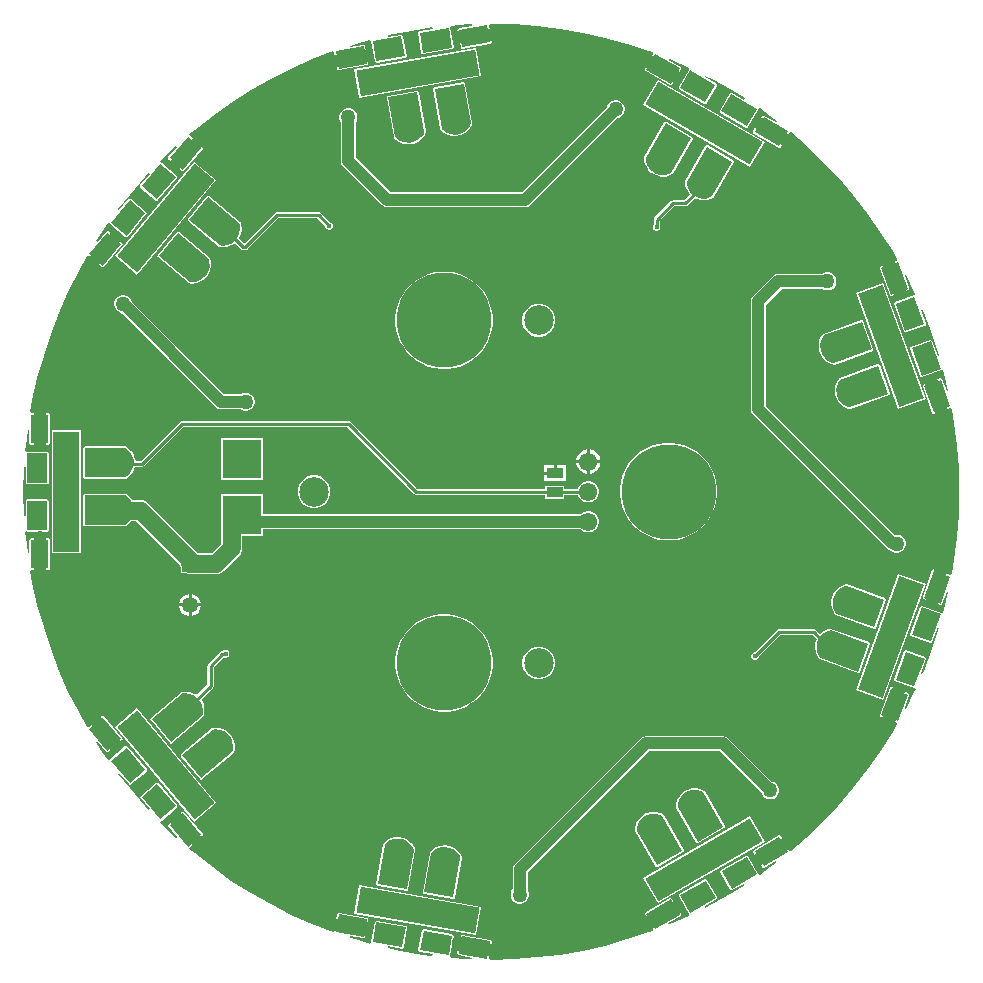
<source format=gbl>
G04*
G04 #@! TF.GenerationSoftware,Altium Limited,Altium Designer,21.7.2 (23)*
G04*
G04 Layer_Physical_Order=2*
G04 Layer_Color=16711680*
%FSLAX25Y25*%
%MOIN*%
G70*
G04*
G04 #@! TF.SameCoordinates,D2632727-04CE-4768-A3A0-452A1BE06696*
G04*
G04*
G04 #@! TF.FilePolarity,Positive*
G04*
G01*
G75*
%ADD28C,0.03937*%
%ADD29C,0.03937*%
%ADD30R,0.08661X0.40158*%
G04:AMPARAMS|DCode=31|XSize=86.61mil|YSize=401.58mil|CornerRadius=0mil|HoleSize=0mil|Usage=FLASHONLY|Rotation=320.000|XOffset=0mil|YOffset=0mil|HoleType=Round|Shape=Rectangle|*
%AMROTATEDRECTD31*
4,1,4,-0.16224,-0.12598,0.09589,0.18165,0.16224,0.12598,-0.09589,-0.18165,-0.16224,-0.12598,0.0*
%
%ADD31ROTATEDRECTD31*%

G04:AMPARAMS|DCode=32|XSize=86.61mil|YSize=401.58mil|CornerRadius=0mil|HoleSize=0mil|Usage=FLASHONLY|Rotation=280.000|XOffset=0mil|YOffset=0mil|HoleType=Round|Shape=Rectangle|*
%AMROTATEDRECTD32*
4,1,4,-0.20526,0.00778,0.19022,0.07752,0.20526,-0.00778,-0.19022,-0.07752,-0.20526,0.00778,0.0*
%
%ADD32ROTATEDRECTD32*%

G04:AMPARAMS|DCode=33|XSize=86.61mil|YSize=401.58mil|CornerRadius=0mil|HoleSize=0mil|Usage=FLASHONLY|Rotation=240.000|XOffset=0mil|YOffset=0mil|HoleType=Round|Shape=Rectangle|*
%AMROTATEDRECTD33*
4,1,4,-0.15223,0.13790,0.19554,-0.06289,0.15223,-0.13790,-0.19554,0.06289,-0.15223,0.13790,0.0*
%
%ADD33ROTATEDRECTD33*%

G04:AMPARAMS|DCode=34|XSize=86.61mil|YSize=401.58mil|CornerRadius=0mil|HoleSize=0mil|Usage=FLASHONLY|Rotation=200.000|XOffset=0mil|YOffset=0mil|HoleType=Round|Shape=Rectangle|*
%AMROTATEDRECTD34*
4,1,4,-0.02798,0.20349,0.10937,-0.17387,0.02798,-0.20349,-0.10937,0.17387,-0.02798,0.20349,0.0*
%
%ADD34ROTATEDRECTD34*%

G04:AMPARAMS|DCode=35|XSize=86.61mil|YSize=401.58mil|CornerRadius=0mil|HoleSize=0mil|Usage=FLASHONLY|Rotation=160.000|XOffset=0mil|YOffset=0mil|HoleType=Round|Shape=Rectangle|*
%AMROTATEDRECTD35*
4,1,4,0.10937,0.17387,-0.02798,-0.20349,-0.10937,-0.17387,0.02798,0.20349,0.10937,0.17387,0.0*
%
%ADD35ROTATEDRECTD35*%

G04:AMPARAMS|DCode=36|XSize=86.61mil|YSize=401.58mil|CornerRadius=0mil|HoleSize=0mil|Usage=FLASHONLY|Rotation=120.000|XOffset=0mil|YOffset=0mil|HoleType=Round|Shape=Rectangle|*
%AMROTATEDRECTD36*
4,1,4,0.19554,0.06289,-0.15223,-0.13790,-0.19554,-0.06289,0.15223,0.13790,0.19554,0.06289,0.0*
%
%ADD36ROTATEDRECTD36*%

G04:AMPARAMS|DCode=37|XSize=86.61mil|YSize=401.58mil|CornerRadius=0mil|HoleSize=0mil|Usage=FLASHONLY|Rotation=80.000|XOffset=0mil|YOffset=0mil|HoleType=Round|Shape=Rectangle|*
%AMROTATEDRECTD37*
4,1,4,0.19022,-0.07752,-0.20526,-0.00778,-0.19022,0.07752,0.20526,0.00778,0.19022,-0.07752,0.0*
%
%ADD37ROTATEDRECTD37*%

G04:AMPARAMS|DCode=38|XSize=86.61mil|YSize=401.58mil|CornerRadius=0mil|HoleSize=0mil|Usage=FLASHONLY|Rotation=40.000|XOffset=0mil|YOffset=0mil|HoleType=Round|Shape=Rectangle|*
%AMROTATEDRECTD38*
4,1,4,0.09589,-0.18165,-0.16224,0.12598,-0.09589,0.18165,0.16224,-0.12598,0.09589,-0.18165,0.0*
%
%ADD38ROTATEDRECTD38*%

%ADD39C,0.09843*%
%ADD40R,0.05315X0.05315*%
%ADD41C,0.05315*%
%ADD42C,0.31496*%
%ADD43C,0.06102*%
%ADD44C,0.02756*%
%ADD45C,0.05000*%
%ADD46C,0.01575*%
%ADD47R,0.05315X0.03347*%
%ADD48R,0.12992X0.12992*%
%ADD49C,0.01000*%
%ADD50C,0.05906*%
%ADD51C,0.00787*%
G36*
X-435Y149839D02*
X-9741Y148198D01*
X-10766Y154014D01*
X-1461Y155654D01*
X-435Y149839D01*
D02*
G37*
G36*
X7654Y155805D02*
X15290Y155242D01*
X22889Y154305D01*
X30433Y152996D01*
X37903Y151318D01*
X45282Y149276D01*
X52552Y146874D01*
X53830Y146382D01*
X53993Y145783D01*
X51188Y140924D01*
X51134Y140513D01*
X51386Y140185D01*
X59569Y135460D01*
X59980Y135406D01*
X60308Y135658D01*
X63261Y140773D01*
X63315Y141183D01*
X63063Y141512D01*
X59025Y143843D01*
X59241Y144294D01*
X59696Y144119D01*
X65955Y141344D01*
X65975Y140788D01*
X65812Y140664D01*
X62466Y134867D01*
X62412Y134457D01*
X62664Y134128D01*
X71017Y129305D01*
X71428Y129251D01*
X71757Y129503D01*
X75103Y135300D01*
X75157Y135710D01*
X74905Y136039D01*
X71051Y138264D01*
X71289Y138704D01*
X73535Y137574D01*
X80196Y133800D01*
X84464Y131098D01*
X84205Y130670D01*
X80190Y132988D01*
X79779Y133042D01*
X79451Y132790D01*
X76104Y126993D01*
X76050Y126583D01*
X76302Y126254D01*
X84826Y121333D01*
X85237Y121279D01*
X85566Y121531D01*
X88912Y127327D01*
X88934Y127494D01*
X89441Y127748D01*
X89441D01*
X92925Y125295D01*
X95129Y123574D01*
X94850Y123160D01*
X91021Y125370D01*
X90611Y125424D01*
X90282Y125172D01*
X87329Y120058D01*
X87275Y119647D01*
X87528Y119318D01*
X95710Y114594D01*
X96121Y114540D01*
X96450Y114792D01*
X99262Y119664D01*
X99856Y119812D01*
X104759Y115583D01*
X110304Y110304D01*
X115583Y104759D01*
X120584Y98961D01*
X125295Y92925D01*
X129703Y86665D01*
X133800Y80196D01*
X135308Y77535D01*
X135056Y76965D01*
X129797Y75051D01*
X129550Y74825D01*
X129491Y74771D01*
X129473Y74357D01*
X129473Y74357D01*
X132705Y65478D01*
X132705Y65478D01*
X132985Y65173D01*
X133052Y65170D01*
X133398Y65155D01*
X138948Y67175D01*
X139253Y67454D01*
X139271Y67868D01*
X137718Y72135D01*
X138178Y72334D01*
X141016Y66696D01*
X141377Y65882D01*
X141024Y65443D01*
X140832Y65451D01*
X134543Y63162D01*
X134297Y62936D01*
X134237Y62882D01*
X134219Y62468D01*
X134219Y62468D01*
X137518Y53404D01*
X137798Y53099D01*
X138212Y53081D01*
X144501Y55370D01*
X144807Y55650D01*
X144825Y56064D01*
X143185Y60569D01*
X143649Y60756D01*
X144119Y59696D01*
X146874Y52552D01*
X149229Y45426D01*
X148756Y45262D01*
X146912Y50329D01*
X146632Y50635D01*
X146218Y50653D01*
X139929Y48364D01*
X139929Y48364D01*
X139623Y48084D01*
X139621Y48017D01*
X139605Y47670D01*
X142972Y38421D01*
X143197Y38175D01*
X143252Y38116D01*
X143666Y38098D01*
X143666Y38098D01*
X149955Y40387D01*
X150080Y40502D01*
X150634Y40375D01*
X150634Y40375D01*
X151318Y37903D01*
X152298Y33539D01*
X151817Y33399D01*
X150313Y37532D01*
X150313Y37532D01*
X150033Y37837D01*
X149966Y37840D01*
X149619Y37855D01*
X144070Y35835D01*
X143764Y35555D01*
X143746Y35142D01*
X146978Y26263D01*
X147258Y25957D01*
X147672Y25939D01*
X152936Y27855D01*
X153491Y27580D01*
X154305Y22889D01*
X155242Y15290D01*
X155805Y7654D01*
X155993Y0D01*
X155805Y-7654D01*
X155242Y-15290D01*
X154305Y-22889D01*
X153491Y-27580D01*
X152936Y-27855D01*
X147672Y-25939D01*
X147672Y-25939D01*
X147258Y-25957D01*
X146978Y-26263D01*
X143746Y-35142D01*
X143746Y-35142D01*
X143764Y-35555D01*
X144070Y-35835D01*
X149619Y-37855D01*
X150033Y-37837D01*
X150313Y-37532D01*
X151817Y-33398D01*
X152298Y-33539D01*
X151318Y-37903D01*
X150634Y-40375D01*
X150080Y-40502D01*
X149955Y-40387D01*
X143666Y-38098D01*
X143252Y-38116D01*
X142972Y-38421D01*
X139673Y-47485D01*
X139691Y-47899D01*
X139996Y-48179D01*
X146285Y-50468D01*
X146699Y-50450D01*
X146979Y-50144D01*
X148756Y-45262D01*
X149229Y-45426D01*
X146874Y-52552D01*
X144119Y-59696D01*
X143649Y-60756D01*
X143185Y-60569D01*
X144892Y-55879D01*
X144874Y-55465D01*
X144569Y-55185D01*
X138279Y-52896D01*
X137865Y-52914D01*
X137586Y-53219D01*
X134219Y-62468D01*
X134237Y-62882D01*
X134543Y-63162D01*
X140832Y-65451D01*
X140832Y-65451D01*
X141024Y-65443D01*
X141377Y-65882D01*
X141016Y-66696D01*
X138178Y-72334D01*
X137718Y-72135D01*
X139271Y-67868D01*
X139253Y-67454D01*
X138948Y-67175D01*
X133398Y-65155D01*
X132985Y-65173D01*
X132705Y-65478D01*
X129473Y-74357D01*
X129491Y-74771D01*
X129797Y-75051D01*
X135056Y-76965D01*
X135308Y-77535D01*
X133800Y-80196D01*
X129703Y-86665D01*
X125295Y-92925D01*
X120584Y-98961D01*
X115583Y-104759D01*
X110304Y-110304D01*
X104759Y-115583D01*
X99856Y-119812D01*
X99262Y-119664D01*
X96450Y-114792D01*
X96121Y-114540D01*
X95710Y-114594D01*
X87527Y-119318D01*
X87275Y-119647D01*
X87329Y-120058D01*
X90282Y-125172D01*
X90611Y-125424D01*
X91021Y-125370D01*
X94850Y-123160D01*
X95129Y-123574D01*
X92925Y-125295D01*
X89441Y-127748D01*
X88934Y-127494D01*
X88912Y-127327D01*
X85566Y-121531D01*
X85237Y-121279D01*
X84826Y-121333D01*
X76473Y-126155D01*
X76221Y-126484D01*
X76275Y-126895D01*
X79621Y-132691D01*
X79950Y-132943D01*
X80361Y-132889D01*
X84205Y-130670D01*
X84464Y-131098D01*
X80196Y-133800D01*
X73535Y-137574D01*
X71289Y-138704D01*
X71051Y-138264D01*
X75076Y-135940D01*
X75328Y-135612D01*
X75274Y-135201D01*
X71927Y-129405D01*
X71599Y-129153D01*
X71188Y-129207D01*
X62664Y-134128D01*
X62412Y-134457D01*
X62466Y-134867D01*
X65812Y-140664D01*
X65975Y-140788D01*
X65955Y-141344D01*
X65955Y-141344D01*
X59696Y-144119D01*
X59241Y-144294D01*
X59025Y-143843D01*
X63063Y-141512D01*
X63315Y-141183D01*
X63261Y-140773D01*
X60308Y-135658D01*
X59980Y-135406D01*
X59569Y-135460D01*
X51386Y-140185D01*
X51386D01*
X51134Y-140513D01*
X51188Y-140924D01*
X53993Y-145783D01*
X53830Y-146382D01*
X52552Y-146874D01*
X45282Y-149276D01*
X37903Y-151318D01*
X30433Y-152996D01*
X22889Y-154305D01*
X15290Y-155242D01*
X7654Y-155805D01*
X0Y-155993D01*
X-528Y-155980D01*
X-879Y-155471D01*
X98Y-149933D01*
X8Y-149528D01*
X-341Y-149306D01*
X-9647Y-147665D01*
X-10051Y-147755D01*
X-10273Y-148104D01*
X-11299Y-153920D01*
X-11209Y-154324D01*
X-10860Y-154547D01*
X-6372Y-155338D01*
X-6422Y-155835D01*
X-7654Y-155805D01*
X-13617Y-155365D01*
X-13835Y-154848D01*
X-13734Y-154690D01*
X-12572Y-148098D01*
X-12661Y-147694D01*
X-13011Y-147471D01*
X-22510Y-145797D01*
X-22914Y-145886D01*
X-23137Y-146236D01*
X-24299Y-152827D01*
X-24209Y-153231D01*
X-23860Y-153454D01*
X-19568Y-154210D01*
X-19642Y-154705D01*
X-22889Y-154305D01*
X-30433Y-152996D01*
X-34439Y-152096D01*
X-34341Y-151606D01*
X-29869Y-152394D01*
X-29465Y-152304D01*
X-29243Y-151955D01*
X-28080Y-145364D01*
X-28170Y-144959D01*
X-28519Y-144737D01*
X-38212Y-143028D01*
X-38617Y-143117D01*
X-38839Y-143467D01*
X-40001Y-150058D01*
X-39963Y-150229D01*
X-40351Y-150641D01*
X-45282Y-149276D01*
X-47182Y-148648D01*
X-47060Y-148163D01*
X-42653Y-148941D01*
X-42249Y-148851D01*
X-42026Y-148502D01*
X-41001Y-142686D01*
X-41090Y-142281D01*
X-41440Y-142059D01*
X-50745Y-140418D01*
X-51149Y-140508D01*
X-51372Y-140857D01*
X-52352Y-146414D01*
X-52358Y-146429D01*
X-52821Y-146739D01*
X-52880Y-146748D01*
X-59696Y-144119D01*
X-66696Y-141016D01*
X-73535Y-137574D01*
X-80196Y-133800D01*
X-86665Y-129703D01*
X-92925Y-125295D01*
X-98961Y-120584D01*
X-100636Y-119139D01*
X-100591Y-118518D01*
X-96300Y-114918D01*
X-96109Y-114550D01*
X-96233Y-114155D01*
X-102307Y-106917D01*
X-102674Y-106726D01*
X-103069Y-106850D01*
X-107593Y-110646D01*
X-107784Y-111014D01*
X-107660Y-111409D01*
X-104649Y-114997D01*
X-105014Y-115340D01*
X-110304Y-110304D01*
X-110346Y-110260D01*
X-110155Y-109735D01*
X-109953Y-109671D01*
X-104826Y-105369D01*
X-104635Y-105002D01*
X-104760Y-104607D01*
X-110960Y-97218D01*
X-111327Y-97026D01*
X-111722Y-97151D01*
X-116849Y-101453D01*
X-117040Y-101821D01*
X-116916Y-102216D01*
X-113959Y-105739D01*
X-114332Y-106073D01*
X-115583Y-104759D01*
X-120584Y-98961D01*
X-124371Y-94109D01*
X-123982Y-93794D01*
X-120838Y-97541D01*
X-120471Y-97732D01*
X-120076Y-97608D01*
X-114949Y-93305D01*
X-114758Y-92938D01*
X-114882Y-92543D01*
X-121209Y-85003D01*
X-121576Y-84812D01*
X-121971Y-84936D01*
X-127098Y-89239D01*
X-127175Y-89386D01*
X-127740Y-89453D01*
X-127740D01*
X-129703Y-86665D01*
X-131641Y-83605D01*
X-131237Y-83310D01*
X-128411Y-86678D01*
X-128044Y-86870D01*
X-127649Y-86745D01*
X-123125Y-82949D01*
X-122934Y-82582D01*
X-123058Y-82187D01*
X-129132Y-74948D01*
X-129499Y-74757D01*
X-129894Y-74882D01*
X-134193Y-78488D01*
X-134805Y-78421D01*
X-137574Y-73535D01*
X-141016Y-66696D01*
X-144119Y-59696D01*
X-146874Y-52552D01*
X-149276Y-45282D01*
X-151318Y-37903D01*
X-152996Y-30433D01*
X-153664Y-26582D01*
X-153235Y-26132D01*
X-147638D01*
X-147255Y-25973D01*
X-147097Y-25591D01*
Y-16142D01*
X-147255Y-15759D01*
X-147638Y-15600D01*
X-153543D01*
X-153926Y-15759D01*
X-154085Y-16142D01*
Y-20589D01*
X-154585Y-20620D01*
X-155242Y-15290D01*
X-155369Y-13570D01*
X-154890Y-13268D01*
X-154724Y-13337D01*
X-148031D01*
X-147649Y-13178D01*
X-147490Y-12795D01*
Y-3150D01*
X-147649Y-2767D01*
X-148031Y-2608D01*
X-154724D01*
X-155107Y-2767D01*
X-155266Y-3150D01*
Y-8172D01*
X-155766Y-8190D01*
X-155805Y-7654D01*
X-155993Y0D01*
X-155805Y7654D01*
X-155766Y8190D01*
X-155266Y8172D01*
Y2953D01*
X-155107Y2570D01*
X-154724Y2412D01*
X-148031D01*
X-147649Y2570D01*
X-147490Y2953D01*
Y12795D01*
X-147649Y13178D01*
X-148031Y13337D01*
X-154724D01*
X-154890Y13268D01*
X-155369Y13570D01*
X-155242Y15290D01*
X-154585Y20620D01*
X-154085Y20589D01*
Y16142D01*
X-153926Y15759D01*
X-153543Y15600D01*
X-147638D01*
X-147255Y15759D01*
X-147097Y16142D01*
Y25591D01*
X-147255Y25973D01*
X-147638Y26132D01*
X-153235D01*
X-153664Y26582D01*
X-152996Y30433D01*
X-151318Y37903D01*
X-149276Y45282D01*
X-146874Y52552D01*
X-144119Y59696D01*
X-141016Y66696D01*
X-137574Y73535D01*
X-134814Y78407D01*
X-134790Y78423D01*
X-134193Y78488D01*
X-129894Y74882D01*
X-129499Y74757D01*
X-129132Y74948D01*
X-123058Y82187D01*
X-122934Y82582D01*
X-123125Y82949D01*
X-127649Y86745D01*
X-128044Y86870D01*
X-128411Y86678D01*
X-131237Y83310D01*
X-131641Y83605D01*
X-129703Y86665D01*
X-127740Y89453D01*
X-127175Y89386D01*
X-127098Y89239D01*
X-121971Y84936D01*
X-121576Y84812D01*
X-121209Y85003D01*
X-115009Y92392D01*
X-114884Y92787D01*
X-115075Y93155D01*
X-120202Y97457D01*
X-120598Y97581D01*
X-120965Y97390D01*
X-123982Y93794D01*
X-124371Y94109D01*
X-120584Y98961D01*
X-115583Y104759D01*
X-114332Y106073D01*
X-113959Y105739D01*
X-117042Y102065D01*
X-117042Y102065D01*
X-117167Y101670D01*
X-117136Y101611D01*
X-116976Y101302D01*
X-111849Y97000D01*
X-111849Y97000D01*
X-111453Y96876D01*
X-111395Y96906D01*
X-111086Y97067D01*
X-104760Y104607D01*
X-104759Y104607D01*
X-104635Y105002D01*
X-104665Y105060D01*
X-104826Y105369D01*
X-109953Y109671D01*
X-110155Y109735D01*
X-110346Y110260D01*
X-110304Y110304D01*
X-105014Y115340D01*
X-104649Y114997D01*
X-107660Y111409D01*
X-107784Y111014D01*
X-107593Y110646D01*
X-103069Y106851D01*
X-102674Y106726D01*
X-102307Y106917D01*
X-96233Y114155D01*
X-96109Y114550D01*
X-96300Y114918D01*
X-100591Y118518D01*
X-100636Y119139D01*
X-98961Y120584D01*
X-92925Y125295D01*
X-86665Y129703D01*
X-80196Y133800D01*
X-73535Y137574D01*
X-66696Y141016D01*
X-59696Y144119D01*
X-52880Y146748D01*
X-52821Y146739D01*
X-52358Y146429D01*
X-52352Y146414D01*
X-51372Y140857D01*
X-51149Y140508D01*
X-50745Y140418D01*
X-41440Y142059D01*
X-41090Y142281D01*
X-41001Y142686D01*
X-42026Y148502D01*
X-42249Y148851D01*
X-42653Y148941D01*
X-47060Y148163D01*
X-47183Y148648D01*
X-45282Y149276D01*
X-40351Y150641D01*
X-39963Y150229D01*
X-40001Y150058D01*
X-38839Y143467D01*
X-38617Y143117D01*
X-38212Y143028D01*
X-28713Y144703D01*
X-28364Y144925D01*
X-28274Y145330D01*
X-29436Y151921D01*
X-29659Y152270D01*
X-30063Y152360D01*
X-34341Y151606D01*
X-34439Y152096D01*
X-30433Y152996D01*
X-22889Y154305D01*
X-19642Y154705D01*
X-19568Y154210D01*
X-24054Y153419D01*
X-24403Y153197D01*
X-24493Y152793D01*
X-23331Y146201D01*
X-23143Y145907D01*
X-23143Y145906D01*
X-23143D01*
X-23108Y145852D01*
X-22704Y145762D01*
X-22704Y145762D01*
X-13011Y147471D01*
X-12661Y147694D01*
X-12572Y148098D01*
X-13734Y154690D01*
X-13835Y154848D01*
X-13617Y155365D01*
X-7654Y155805D01*
X-6422Y155835D01*
X-6373Y155338D01*
X-10860Y154547D01*
X-11209Y154324D01*
X-11299Y153920D01*
X-10273Y148104D01*
X-10051Y147755D01*
X-9646Y147665D01*
X-341Y149306D01*
X8Y149528D01*
X98Y149933D01*
X-879Y155471D01*
X-528Y155980D01*
X0Y155993D01*
X7654Y155805D01*
D02*
G37*
G36*
X-13104Y148004D02*
X-22797Y146295D01*
X-23960Y152886D01*
X-14267Y154596D01*
X-13104Y148004D01*
D02*
G37*
G36*
X-28807Y145236D02*
X-38306Y143561D01*
X-39469Y150152D01*
X-29969Y151827D01*
X-28807Y145236D01*
D02*
G37*
G36*
X-41533Y142592D02*
X-50839Y140951D01*
X-51864Y146767D01*
X-42559Y148408D01*
X-41533Y142592D01*
D02*
G37*
G36*
X62792Y141043D02*
X59840Y135929D01*
X51657Y140653D01*
X54610Y145768D01*
X62792Y141043D01*
D02*
G37*
G36*
X74635Y135570D02*
X71288Y129774D01*
X62935Y134597D01*
X66281Y140393D01*
X74635Y135570D01*
D02*
G37*
G36*
X88443Y127598D02*
X85097Y121801D01*
X76573Y126723D01*
X79919Y132519D01*
X88443Y127598D01*
D02*
G37*
G36*
X98934Y120177D02*
X95981Y115063D01*
X87798Y119787D01*
X90751Y124901D01*
X98934Y120177D01*
D02*
G37*
G36*
X-96648Y114503D02*
X-102721Y107265D01*
X-107245Y111061D01*
X-101172Y118299D01*
X-96648Y114503D01*
D02*
G37*
G36*
X-105174Y104955D02*
X-111501Y97415D01*
X-116628Y101717D01*
X-110301Y109257D01*
X-105174Y104955D01*
D02*
G37*
G36*
X-115423Y92740D02*
X-121623Y85351D01*
X-126750Y89653D01*
X-120550Y97042D01*
X-115423Y92740D01*
D02*
G37*
G36*
X-123473Y82534D02*
X-129546Y75296D01*
X-134070Y79092D01*
X-127997Y86330D01*
X-123473Y82534D01*
D02*
G37*
G36*
X138763Y67683D02*
X133213Y65663D01*
X129982Y74542D01*
X135531Y76562D01*
X138763Y67683D01*
D02*
G37*
G36*
X144316Y55879D02*
X138027Y53589D01*
X134728Y62653D01*
X141017Y64943D01*
X144316Y55879D01*
D02*
G37*
G36*
X149770Y40895D02*
X143480Y38606D01*
X140114Y47855D01*
X146403Y50144D01*
X149770Y40895D01*
D02*
G37*
G36*
X153036Y28468D02*
X147487Y26448D01*
X144255Y35327D01*
X149804Y37347D01*
X153036Y28468D01*
D02*
G37*
G36*
X-147638Y16142D02*
X-153543D01*
Y25591D01*
X-147638D01*
Y16142D01*
D02*
G37*
G36*
X-148031Y2953D02*
X-154724D01*
Y12795D01*
X-148031D01*
Y2953D01*
D02*
G37*
G36*
Y-12795D02*
X-154724D01*
Y-3150D01*
X-148031D01*
Y-12795D01*
D02*
G37*
G36*
X-147638Y-25591D02*
X-153543D01*
Y-16142D01*
X-147638D01*
Y-25591D01*
D02*
G37*
G36*
X153036Y-28468D02*
X149804Y-37347D01*
X144255Y-35327D01*
X147487Y-26448D01*
X153036Y-28468D01*
D02*
G37*
G36*
X149770Y-40895D02*
X146471Y-49959D01*
X140181Y-47670D01*
X143480Y-38606D01*
X149770Y-40895D01*
D02*
G37*
G36*
X144384Y-55694D02*
X141017Y-64943D01*
X134728Y-62653D01*
X138094Y-53404D01*
X144384Y-55694D01*
D02*
G37*
G36*
X138763Y-67683D02*
X135531Y-76562D01*
X129982Y-74542D01*
X133213Y-65663D01*
X138763Y-67683D01*
D02*
G37*
G36*
X-123473Y-82534D02*
X-127997Y-86330D01*
X-134070Y-79092D01*
X-129546Y-75296D01*
X-123473Y-82534D01*
D02*
G37*
G36*
X-115297Y-92891D02*
X-120424Y-97193D01*
X-126750Y-89653D01*
X-121623Y-85351D01*
X-115297Y-92891D01*
D02*
G37*
G36*
X-105174Y-104955D02*
X-110301Y-109257D01*
X-116501Y-101868D01*
X-111374Y-97566D01*
X-105174Y-104955D01*
D02*
G37*
G36*
X-96648Y-114503D02*
X-101172Y-118299D01*
X-107245Y-111061D01*
X-102721Y-107265D01*
X-96648Y-114503D01*
D02*
G37*
G36*
X98934Y-120177D02*
X90751Y-124901D01*
X87798Y-119787D01*
X95981Y-115063D01*
X98934Y-120177D01*
D02*
G37*
G36*
X88443Y-127598D02*
X80090Y-132421D01*
X76743Y-126624D01*
X85097Y-121801D01*
X88443Y-127598D01*
D02*
G37*
G36*
X74805Y-135472D02*
X66281Y-140393D01*
X62935Y-134597D01*
X71459Y-129675D01*
X74805Y-135472D01*
D02*
G37*
G36*
X62792Y-141043D02*
X54610Y-145768D01*
X51657Y-140653D01*
X59840Y-135929D01*
X62792Y-141043D01*
D02*
G37*
G36*
X-41534Y-142592D02*
X-42559Y-148408D01*
X-51864Y-146767D01*
X-50839Y-140951D01*
X-41534Y-142592D01*
D02*
G37*
G36*
X-28613Y-145270D02*
X-29776Y-151861D01*
X-39469Y-150152D01*
X-38306Y-143561D01*
X-28613Y-145270D01*
D02*
G37*
G36*
X-13104Y-148004D02*
X-14267Y-154596D01*
X-23766Y-152921D01*
X-22604Y-146329D01*
X-13104Y-148004D01*
D02*
G37*
G36*
X-435Y-149839D02*
X-1461Y-155654D01*
X-10766Y-154014D01*
X-9741Y-148198D01*
X-435Y-149839D01*
D02*
G37*
%LPC*%
G36*
X-5184Y147910D02*
X-45717Y140763D01*
X-44039Y131248D01*
X-3507Y138395D01*
X-5184Y147910D01*
D02*
G37*
G36*
X-9266Y136438D02*
X-18959Y134729D01*
X-19308Y134506D01*
X-19398Y134102D01*
X-17074Y120920D01*
X-16995Y120797D01*
X-16949Y120659D01*
X-16462Y120097D01*
X-16398Y120065D01*
X-16358Y120005D01*
X-15130Y119168D01*
X-15059Y119153D01*
X-15006Y119105D01*
X-13605Y118608D01*
X-13533Y118612D01*
X-13469Y118579D01*
X-11987Y118456D01*
X-11919Y118477D01*
X-11848Y118462D01*
X-10384Y118720D01*
X-10323Y118759D01*
X-10251Y118762D01*
X-8902Y119384D01*
X-8853Y119437D01*
X-8784Y119458D01*
X-7637Y120404D01*
X-7603Y120468D01*
X-7542Y120506D01*
X-6674Y121713D01*
X-6658Y121783D01*
X-6608Y121835D01*
X-6342Y122529D01*
X-6345Y122630D01*
X-6306Y122723D01*
X-6325Y122768D01*
X-6315Y122817D01*
X-8639Y135999D01*
X-8862Y136348D01*
X-9266Y136438D01*
D02*
G37*
G36*
X-24775Y133703D02*
X-34468Y131994D01*
X-34817Y131772D01*
X-34907Y131367D01*
X-32582Y118185D01*
X-32504Y118062D01*
X-32458Y117924D01*
X-31971Y117363D01*
X-31906Y117331D01*
X-31867Y117270D01*
X-30639Y116433D01*
X-30568Y116418D01*
X-30514Y116370D01*
X-29113Y115873D01*
X-29041Y115877D01*
X-28977Y115844D01*
X-27496Y115721D01*
X-27427Y115743D01*
X-27357Y115727D01*
X-25893Y115985D01*
X-25832Y116024D01*
X-25760Y116027D01*
X-24410Y116649D01*
X-24362Y116702D01*
X-24293Y116724D01*
X-23146Y117669D01*
X-23112Y117733D01*
X-23051Y117771D01*
X-22183Y118978D01*
X-22166Y119048D01*
X-22117Y119100D01*
X-21851Y119794D01*
X-21855Y119940D01*
X-21823Y120082D01*
X-24148Y133264D01*
X-24370Y133614D01*
X-24775Y133703D01*
D02*
G37*
G36*
X55460Y137217D02*
X50629Y128850D01*
X86273Y108271D01*
X91103Y116638D01*
X55460Y137217D01*
D02*
G37*
G36*
X58030Y123323D02*
X57701Y123071D01*
X51008Y111478D01*
X50989Y111334D01*
X50936Y111199D01*
X50948Y110456D01*
X50977Y110389D01*
X50968Y110318D01*
X51371Y108887D01*
X51416Y108830D01*
X51426Y108759D01*
X52180Y107478D01*
X52237Y107434D01*
X52265Y107368D01*
X53321Y106321D01*
X53387Y106294D01*
X53431Y106237D01*
X54719Y105494D01*
X54790Y105484D01*
X54847Y105440D01*
X56281Y105049D01*
X56353Y105059D01*
X56419Y105030D01*
X57906Y105018D01*
X57973Y105045D01*
X58044Y105035D01*
X59484Y105401D01*
X59542Y105444D01*
X59614Y105453D01*
X60264Y105813D01*
X60312Y105874D01*
X60383Y105904D01*
X60412Y105972D01*
X60470Y106016D01*
X67162Y117608D01*
X67216Y118019D01*
X66964Y118348D01*
X58440Y123269D01*
X58030Y123323D01*
D02*
G37*
G36*
X41832Y130461D02*
X41042D01*
X40279Y130256D01*
X39595Y129861D01*
X39036Y129303D01*
X38641Y128619D01*
X38497Y128080D01*
X10178Y99761D01*
X-33603D01*
X-45121Y111279D01*
Y123162D01*
X-44842Y123645D01*
X-44638Y124408D01*
Y125198D01*
X-44842Y125961D01*
X-45237Y126645D01*
X-45796Y127204D01*
X-46480Y127599D01*
X-47243Y127803D01*
X-48033D01*
X-48796Y127599D01*
X-49480Y127204D01*
X-50038Y126645D01*
X-50433Y125961D01*
X-50638Y125198D01*
Y124408D01*
X-50433Y123645D01*
X-50155Y123162D01*
Y110236D01*
X-49963Y109273D01*
X-49417Y108457D01*
X-36425Y95464D01*
X-35609Y94919D01*
X-34646Y94727D01*
X11220D01*
X12184Y94919D01*
X13000Y95464D01*
X42057Y124521D01*
X42595Y124665D01*
X43279Y125060D01*
X43838Y125619D01*
X44233Y126303D01*
X44437Y127066D01*
Y127856D01*
X44233Y128619D01*
X43838Y129303D01*
X43279Y129861D01*
X42595Y130256D01*
X41832Y130461D01*
D02*
G37*
G36*
X71668Y115449D02*
X71339Y115197D01*
X64646Y103604D01*
X64627Y103460D01*
X64574Y103325D01*
X64587Y102582D01*
X64615Y102515D01*
X64607Y102444D01*
X65009Y101013D01*
X65054Y100956D01*
X65064Y100885D01*
X65818Y99604D01*
X65876Y99560D01*
X65903Y99494D01*
X66042Y99357D01*
X66043Y98857D01*
X64269Y97083D01*
X60457D01*
X60067Y97005D01*
X59736Y96784D01*
X54357Y91405D01*
X54136Y91074D01*
X54058Y90684D01*
Y88945D01*
X53987Y88873D01*
X53791Y88399D01*
Y87887D01*
X53987Y87414D01*
X54349Y87052D01*
X54822Y86856D01*
X55334D01*
X55807Y87052D01*
X56169Y87414D01*
X56366Y87887D01*
Y88399D01*
X56169Y88873D01*
X56098Y88945D01*
Y90262D01*
X60880Y95043D01*
X64692D01*
X65082Y95121D01*
X65413Y95342D01*
X67934Y97864D01*
X68357Y97620D01*
X68428Y97610D01*
X68485Y97566D01*
X69920Y97175D01*
X69991Y97184D01*
X70057Y97156D01*
X71544Y97144D01*
X71611Y97171D01*
X71682Y97161D01*
X73123Y97527D01*
X73180Y97570D01*
X73252Y97579D01*
X73902Y97939D01*
X73950Y98000D01*
X74022Y98030D01*
X74050Y98097D01*
X74108Y98142D01*
X80800Y109734D01*
X80801Y109734D01*
X80855Y110145D01*
X80814Y110198D01*
X80603Y110474D01*
X72079Y115395D01*
X71668Y115449D01*
D02*
G37*
G36*
X-94432Y98753D02*
X-94489Y98723D01*
X-94799Y98562D01*
X-101126Y91022D01*
X-101250Y90627D01*
X-101059Y90259D01*
X-90805Y81655D01*
X-90666Y81611D01*
X-90542Y81535D01*
X-89808Y81418D01*
X-89738Y81435D01*
X-89669Y81414D01*
X-88190Y81563D01*
X-88126Y81597D01*
X-88054Y81594D01*
X-86661Y82114D01*
X-86609Y82163D01*
X-86539Y82179D01*
X-85547Y82880D01*
X-83526Y80859D01*
X-83195Y80638D01*
X-82805Y80560D01*
X-81977D01*
X-81586Y80638D01*
X-81256Y80859D01*
X-71013Y91102D01*
X-57984D01*
X-55319Y88437D01*
Y88335D01*
X-55123Y87862D01*
X-54761Y87500D01*
X-54287Y87304D01*
X-53775D01*
X-53302Y87500D01*
X-52940Y87862D01*
X-52744Y88335D01*
Y88847D01*
X-52940Y89320D01*
X-53302Y89683D01*
X-53775Y89879D01*
X-53877D01*
X-56841Y92843D01*
X-57171Y93063D01*
X-57562Y93141D01*
X-71435D01*
X-71825Y93063D01*
X-72156Y92843D01*
X-82391Y82608D01*
X-84185Y84401D01*
X-83558Y85732D01*
X-83554Y85804D01*
X-83515Y85864D01*
X-83245Y87326D01*
X-83260Y87396D01*
X-83237Y87465D01*
X-83348Y88947D01*
X-83381Y89012D01*
X-83376Y89083D01*
X-83617Y89781D01*
Y89781D01*
X-83617Y89781D01*
X-83619Y89786D01*
X-83715Y89895D01*
X-83782Y90024D01*
X-94036Y98628D01*
X-94036Y98628D01*
X-94432Y98753D01*
D02*
G37*
G36*
X-99046Y109973D02*
X-125502Y78445D01*
X-118101Y72234D01*
X-91645Y103763D01*
X-99046Y109973D01*
D02*
G37*
G36*
X-104554Y86689D02*
X-104921Y86498D01*
X-111248Y78958D01*
X-111373Y78563D01*
X-111181Y78196D01*
X-100927Y69591D01*
X-100788Y69547D01*
X-100664Y69471D01*
X-99930Y69355D01*
X-99860Y69371D01*
X-99791Y69351D01*
X-98312Y69499D01*
X-98249Y69533D01*
X-98177Y69530D01*
X-96784Y70051D01*
X-96732Y70100D01*
X-96661Y70116D01*
X-95447Y70973D01*
X-95409Y71034D01*
X-95345Y71067D01*
X-94389Y72206D01*
X-94367Y72275D01*
X-94314Y72323D01*
X-93680Y73668D01*
X-93677Y73740D01*
X-93638Y73800D01*
X-93367Y75262D01*
X-93382Y75333D01*
X-93360Y75401D01*
X-93471Y76884D01*
X-93503Y76948D01*
X-93499Y77020D01*
X-93741Y77722D01*
X-93823Y77815D01*
X-93870Y77928D01*
X-93893Y77938D01*
X-93905Y77960D01*
X-104159Y86564D01*
X-104554Y86689D01*
D02*
G37*
G36*
X112403Y73079D02*
X111613D01*
X110850Y72874D01*
X110367Y72596D01*
X95669D01*
X94706Y72404D01*
X93890Y71858D01*
X87197Y65166D01*
X86651Y64349D01*
X86459Y63386D01*
Y27559D01*
X86651Y26596D01*
X87197Y25779D01*
X131875Y-18899D01*
X132692Y-19445D01*
X132975Y-19501D01*
X133197Y-19723D01*
X133881Y-20118D01*
X134644Y-20323D01*
X135434D01*
X136197Y-20118D01*
X136881Y-19723D01*
X137440Y-19165D01*
X137835Y-18481D01*
X138039Y-17718D01*
Y-16928D01*
X137835Y-16165D01*
X137440Y-15481D01*
X136881Y-14922D01*
X136197Y-14527D01*
X135434Y-14323D01*
X134644D01*
X134466Y-14371D01*
X91493Y28602D01*
Y62343D01*
X96712Y67562D01*
X110367D01*
X110850Y67283D01*
X111613Y67079D01*
X112403D01*
X113166Y67283D01*
X113850Y67678D01*
X114409Y68237D01*
X114803Y68921D01*
X115008Y69684D01*
Y70474D01*
X114803Y71237D01*
X114409Y71921D01*
X113850Y72479D01*
X113166Y72874D01*
X112403Y73079D01*
D02*
G37*
G36*
X16462Y62508D02*
X15034D01*
X13656Y62138D01*
X12419Y61425D01*
X11410Y60415D01*
X10696Y59179D01*
X10327Y57800D01*
Y56373D01*
X10696Y54994D01*
X11410Y53758D01*
X12419Y52749D01*
X13656Y52035D01*
X15034Y51665D01*
X16462D01*
X17841Y52035D01*
X19077Y52749D01*
X20086Y53758D01*
X20800Y54994D01*
X21169Y56373D01*
Y57800D01*
X20800Y59179D01*
X20086Y60415D01*
X19077Y61425D01*
X17841Y62138D01*
X16462Y62508D01*
D02*
G37*
G36*
X123310Y57188D02*
X123310Y57188D01*
X110731Y52610D01*
X110624Y52512D01*
X110496Y52442D01*
X110028Y51865D01*
X110008Y51796D01*
X109955Y51747D01*
X109344Y50391D01*
X109342Y50319D01*
X109303Y50258D01*
X109058Y48792D01*
X109074Y48722D01*
X109052Y48653D01*
X109188Y47173D01*
X109222Y47109D01*
X109219Y47037D01*
X109727Y45640D01*
X109776Y45587D01*
X109791Y45517D01*
X110638Y44295D01*
X110699Y44257D01*
X110732Y44192D01*
X111863Y43227D01*
X111931Y43205D01*
X111979Y43151D01*
X113318Y42506D01*
X113390Y42502D01*
X113450Y42463D01*
X114180Y42321D01*
X114316Y42349D01*
X114454Y42339D01*
X114460Y42344D01*
X114468Y42344D01*
X127047Y46922D01*
X127352Y47202D01*
X127370Y47616D01*
X124004Y56865D01*
X123778Y57111D01*
X123724Y57170D01*
X123310Y57188D01*
D02*
G37*
G36*
X-14683Y73335D02*
X-16813D01*
X-18925Y73057D01*
X-20982Y72505D01*
X-22950Y71690D01*
X-24794Y70625D01*
X-26484Y69329D01*
X-27990Y67823D01*
X-29287Y66133D01*
X-30352Y64288D01*
X-31167Y62321D01*
X-31718Y60263D01*
X-31996Y58152D01*
Y56022D01*
X-31718Y53910D01*
X-31167Y51853D01*
X-30352Y49885D01*
X-29287Y48040D01*
X-27990Y46350D01*
X-26484Y44844D01*
X-24794Y43548D01*
X-22950Y42483D01*
X-20982Y41668D01*
X-18925Y41117D01*
X-16813Y40839D01*
X-14683D01*
X-12571Y41117D01*
X-10514Y41668D01*
X-8546Y42483D01*
X-6702Y43548D01*
X-5012Y44844D01*
X-3506Y46350D01*
X-2209Y48040D01*
X-1144Y49885D01*
X-329Y51853D01*
X222Y53910D01*
X500Y56022D01*
Y58152D01*
X222Y60263D01*
X-329Y62321D01*
X-1144Y64288D01*
X-2209Y66133D01*
X-3506Y67823D01*
X-5012Y69329D01*
X-6702Y70625D01*
X-8546Y71690D01*
X-10514Y72505D01*
X-12571Y73057D01*
X-14683Y73335D01*
D02*
G37*
G36*
X128696Y42390D02*
X128696Y42390D01*
X116118Y37812D01*
X116010Y37713D01*
X115882Y37644D01*
X115414Y37067D01*
X115394Y36998D01*
X115341Y36948D01*
X114730Y35593D01*
X114728Y35521D01*
X114690Y35460D01*
X114444Y33994D01*
X114460Y33924D01*
X114438Y33855D01*
X114574Y32375D01*
X114608Y32311D01*
X114605Y32239D01*
X115113Y30842D01*
X115162Y30789D01*
X115177Y30718D01*
X116025Y29497D01*
X116085Y29458D01*
X116118Y29394D01*
X117249Y28429D01*
X117317Y28407D01*
X117365Y28353D01*
X118704Y27708D01*
X118776Y27704D01*
X118836Y27664D01*
X119566Y27523D01*
X119619Y27534D01*
X119669Y27513D01*
X119758Y27550D01*
X119854Y27546D01*
X132433Y32124D01*
X132738Y32404D01*
X132756Y32818D01*
X129390Y42066D01*
X129164Y42313D01*
X129110Y42372D01*
X128696Y42390D01*
D02*
G37*
G36*
X130686Y69465D02*
X121607Y66161D01*
X135684Y27485D01*
X144763Y30790D01*
X130686Y69465D01*
D02*
G37*
G36*
X-122381Y65558D02*
X-123171D01*
X-123934Y65353D01*
X-124618Y64958D01*
X-125177Y64400D01*
X-125572Y63716D01*
X-125776Y62953D01*
Y62163D01*
X-125572Y61400D01*
X-125177Y60716D01*
X-124618Y60157D01*
X-123934Y59762D01*
X-123396Y59618D01*
X-91920Y28142D01*
X-91103Y27596D01*
X-90140Y27404D01*
X-83530D01*
X-83048Y27126D01*
X-82285Y26921D01*
X-81495D01*
X-80732Y27126D01*
X-80048Y27521D01*
X-79489Y28079D01*
X-79094Y28763D01*
X-78890Y29526D01*
Y30316D01*
X-79094Y31079D01*
X-79489Y31763D01*
X-80048Y32322D01*
X-80732Y32717D01*
X-81495Y32921D01*
X-82285D01*
X-83048Y32717D01*
X-83530Y32438D01*
X-89097D01*
X-119836Y63177D01*
X-119981Y63716D01*
X-120376Y64400D01*
X-120934Y64958D01*
X-121618Y65353D01*
X-122381Y65558D01*
D02*
G37*
G36*
X32817Y14051D02*
X32783D01*
Y10500D01*
X36335D01*
Y10533D01*
X36059Y11564D01*
X35525Y12487D01*
X34771Y13242D01*
X33847Y13775D01*
X32817Y14051D01*
D02*
G37*
G36*
X31784D02*
X31750D01*
X30720Y13775D01*
X29796Y13242D01*
X29042Y12487D01*
X28508Y11564D01*
X28232Y10533D01*
Y10500D01*
X31784D01*
Y14051D01*
D02*
G37*
G36*
X36335Y9500D02*
X32783D01*
Y5949D01*
X32817D01*
X33847Y6225D01*
X34771Y6758D01*
X35525Y7513D01*
X36059Y8436D01*
X36335Y9467D01*
Y9500D01*
D02*
G37*
G36*
X31784D02*
X28232D01*
Y9467D01*
X28508Y8436D01*
X29042Y7513D01*
X29796Y6758D01*
X30720Y6225D01*
X31750Y5949D01*
X31784D01*
Y9500D01*
D02*
G37*
G36*
X-76075Y17823D02*
X-90067D01*
Y3831D01*
X-76075D01*
Y17823D01*
D02*
G37*
G36*
X24819Y8874D02*
X17504D01*
Y3528D01*
X24819D01*
Y8874D01*
D02*
G37*
G36*
X-47539Y23460D02*
X-103232D01*
X-103622Y23383D01*
X-103953Y23162D01*
X-116745Y10370D01*
X-118262D01*
X-118737Y10527D01*
X-119116Y11964D01*
X-119160Y12022D01*
X-119169Y12093D01*
X-119901Y13387D01*
X-119958Y13431D01*
X-119985Y13498D01*
X-121022Y14562D01*
X-121089Y14591D01*
X-121132Y14649D01*
X-121769Y15031D01*
X-121913Y15052D01*
X-122047Y15108D01*
X-122047Y15108D01*
X-135433Y15108D01*
X-135816Y14950D01*
X-135974Y14567D01*
Y4724D01*
X-135816Y4342D01*
X-135433Y4183D01*
X-122047Y4183D01*
X-121913Y4239D01*
X-121769Y4260D01*
X-121131Y4643D01*
X-121089Y4701D01*
X-121022Y4729D01*
X-119984Y5793D01*
X-119958Y5860D01*
X-119901Y5904D01*
X-119168Y7198D01*
X-119160Y7270D01*
X-119116Y7327D01*
X-118852Y8331D01*
X-116323D01*
X-115933Y8408D01*
X-115602Y8629D01*
X-102810Y21421D01*
X-47962D01*
X-25819Y-721D01*
X-25489Y-942D01*
X-25098Y-1020D01*
X18004D01*
Y-2468D01*
X24319D01*
Y-1020D01*
X28880D01*
X28974Y-1371D01*
X29442Y-2180D01*
X30103Y-2842D01*
X30913Y-3309D01*
X31816Y-3551D01*
X32751D01*
X33654Y-3309D01*
X34464Y-2842D01*
X35125Y-2180D01*
X35593Y-1371D01*
X35835Y-467D01*
Y467D01*
X35593Y1371D01*
X35125Y2180D01*
X34464Y2842D01*
X33654Y3309D01*
X32751Y3551D01*
X31816D01*
X30913Y3309D01*
X30103Y2842D01*
X29442Y2180D01*
X28974Y1371D01*
X28880Y1020D01*
X24319D01*
Y1878D01*
X18004D01*
Y1020D01*
X-24676D01*
X-46818Y23162D01*
X-47149Y23383D01*
X-47539Y23460D01*
D02*
G37*
G36*
X-58341Y5421D02*
X-59769D01*
X-61148Y5052D01*
X-62384Y4338D01*
X-63393Y3329D01*
X-64107Y2093D01*
X-64476Y714D01*
Y-714D01*
X-64107Y-2093D01*
X-63393Y-3329D01*
X-62384Y-4338D01*
X-61148Y-5052D01*
X-59769Y-5421D01*
X-58341D01*
X-56963Y-5052D01*
X-55726Y-4338D01*
X-54717Y-3329D01*
X-54003Y-2093D01*
X-53634Y-714D01*
Y714D01*
X-54003Y2093D01*
X-54717Y3329D01*
X-55726Y4338D01*
X-56963Y5052D01*
X-58341Y5421D01*
D02*
G37*
G36*
X-122047Y-640D02*
X-135433Y-640D01*
X-135816Y-798D01*
X-135974Y-1181D01*
Y-11024D01*
X-135816Y-11406D01*
X-135433Y-11565D01*
X-122047Y-11565D01*
X-121913Y-11509D01*
X-121769Y-11488D01*
X-121131Y-11105D01*
X-121089Y-11047D01*
X-121022Y-11019D01*
X-119984Y-9955D01*
X-119958Y-9888D01*
X-119901Y-9843D01*
X-119866Y-9782D01*
X-118372D01*
X-103837Y-24317D01*
X-103758Y-24917D01*
X-103551Y-25415D01*
Y-27173D01*
X-101793D01*
X-101295Y-27380D01*
X-100394Y-27498D01*
X-91732D01*
X-90831Y-27380D01*
X-89991Y-27032D01*
X-89270Y-26478D01*
X-84152Y-21360D01*
X-84152Y-21360D01*
X-83598Y-20639D01*
X-83250Y-19799D01*
X-83132Y-18898D01*
Y-14673D01*
X-76075D01*
Y-12517D01*
X29778D01*
X30103Y-12842D01*
X30913Y-13309D01*
X31816Y-13551D01*
X32751D01*
X33654Y-13309D01*
X34464Y-12842D01*
X35125Y-12180D01*
X35593Y-11371D01*
X35835Y-10468D01*
Y-9533D01*
X35593Y-8629D01*
X35125Y-7819D01*
X34464Y-7158D01*
X33654Y-6691D01*
X32751Y-6449D01*
X31816D01*
X30913Y-6691D01*
X30103Y-7158D01*
X29778Y-7483D01*
X-76075D01*
Y-681D01*
X-90067D01*
Y-10994D01*
X-90097Y-11220D01*
Y-17455D01*
X-93175Y-20533D01*
X-97808D01*
X-97931Y-20372D01*
X-114467Y-3837D01*
X-115188Y-3283D01*
X-116028Y-2935D01*
X-116929Y-2817D01*
X-119643D01*
X-119901Y-2361D01*
X-119958Y-2317D01*
X-119984Y-2250D01*
X-121022Y-1186D01*
X-121089Y-1157D01*
X-121132Y-1099D01*
X-121769Y-717D01*
X-121830Y-708D01*
X-121876Y-668D01*
X-121965Y-674D01*
X-122047Y-640D01*
D02*
G37*
G36*
X60120Y16248D02*
X57990D01*
X55879Y15970D01*
X53821Y15419D01*
X51853Y14604D01*
X50009Y13539D01*
X48319Y12242D01*
X46813Y10736D01*
X45516Y9046D01*
X44451Y7202D01*
X43636Y5234D01*
X43085Y3177D01*
X42807Y1065D01*
Y-1065D01*
X43085Y-3177D01*
X43636Y-5234D01*
X44451Y-7202D01*
X45516Y-9046D01*
X46813Y-10736D01*
X48319Y-12242D01*
X50009Y-13539D01*
X51853Y-14604D01*
X53821Y-15419D01*
X55879Y-15970D01*
X57990Y-16248D01*
X60120D01*
X62232Y-15970D01*
X64289Y-15419D01*
X66257Y-14604D01*
X68101Y-13539D01*
X69791Y-12242D01*
X71297Y-10736D01*
X72594Y-9046D01*
X73659Y-7202D01*
X74474Y-5234D01*
X75025Y-3177D01*
X75303Y-1065D01*
Y1065D01*
X75025Y3177D01*
X74474Y5234D01*
X73659Y7202D01*
X72594Y9046D01*
X71297Y10736D01*
X69791Y12242D01*
X68101Y13539D01*
X66257Y14604D01*
X64289Y15419D01*
X62232Y15970D01*
X60120Y16248D01*
D02*
G37*
G36*
X-136902Y20579D02*
X-146563D01*
Y-20579D01*
X-136902D01*
Y20579D01*
D02*
G37*
G36*
X-99894Y-34143D02*
Y-37295D01*
X-96741D01*
X-96986Y-36384D01*
X-97467Y-35550D01*
X-98148Y-34869D01*
X-98982Y-34387D01*
X-99894Y-34143D01*
D02*
G37*
G36*
X-100894Y-34143D02*
X-101805Y-34387D01*
X-102639Y-34869D01*
X-103320Y-35550D01*
X-103802Y-36384D01*
X-104046Y-37295D01*
X-100894D01*
Y-34143D01*
D02*
G37*
G36*
Y-38295D02*
X-104046D01*
X-103802Y-39207D01*
X-103320Y-40041D01*
X-102639Y-40722D01*
X-101805Y-41203D01*
X-100894Y-41448D01*
Y-38295D01*
D02*
G37*
G36*
X-96741D02*
X-99894D01*
Y-41448D01*
X-98982Y-41203D01*
X-98148Y-40722D01*
X-97467Y-40041D01*
X-96986Y-39207D01*
X-96741Y-38295D01*
D02*
G37*
G36*
X118354Y-30852D02*
X117624Y-30994D01*
X117564Y-31034D01*
X117493Y-31038D01*
X116153Y-31683D01*
X116105Y-31736D01*
X116037Y-31759D01*
X114906Y-32724D01*
X114873Y-32788D01*
X114813Y-32827D01*
X113965Y-34048D01*
X113950Y-34119D01*
X113901Y-34172D01*
X113393Y-35569D01*
X113396Y-35641D01*
X113362Y-35704D01*
X113227Y-37185D01*
X113248Y-37253D01*
X113232Y-37324D01*
X113478Y-38790D01*
X113516Y-38851D01*
X113518Y-38923D01*
X114129Y-40278D01*
X114182Y-40327D01*
X114202Y-40396D01*
X114671Y-40974D01*
X114697Y-40988D01*
X114708Y-41015D01*
X114818Y-41061D01*
X114906Y-41141D01*
X127484Y-45720D01*
X127484Y-45720D01*
X127898Y-45702D01*
X127943Y-45652D01*
X128178Y-45396D01*
X131544Y-36147D01*
X131526Y-35733D01*
X131221Y-35453D01*
X118642Y-30875D01*
X118497Y-30882D01*
X118354Y-30852D01*
D02*
G37*
G36*
X112968Y-45651D02*
X112238Y-45792D01*
X112178Y-45832D01*
X112106Y-45836D01*
X110767Y-46481D01*
X110719Y-46535D01*
X110651Y-46557D01*
X109524Y-47518D01*
X108138Y-46132D01*
X107807Y-45911D01*
X107417Y-45833D01*
X95807D01*
X95417Y-45911D01*
X95086Y-46132D01*
X87759Y-53459D01*
X87657D01*
X87184Y-53655D01*
X86822Y-54017D01*
X86626Y-54491D01*
Y-55003D01*
X86822Y-55476D01*
X87184Y-55838D01*
X87657Y-56034D01*
X88169D01*
X88643Y-55838D01*
X89005Y-55476D01*
X89201Y-55003D01*
Y-54901D01*
X96230Y-47872D01*
X106995D01*
X108402Y-49280D01*
X108007Y-50367D01*
X108010Y-50439D01*
X107976Y-50503D01*
X107841Y-51983D01*
X107862Y-52052D01*
X107846Y-52122D01*
X108092Y-53588D01*
X108130Y-53649D01*
X108132Y-53721D01*
X108743Y-55076D01*
X108796Y-55126D01*
X108816Y-55195D01*
X109284Y-55772D01*
X109311Y-55786D01*
X109322Y-55814D01*
X109322Y-55814D01*
X109432Y-55859D01*
X109520Y-55940D01*
X122098Y-60518D01*
X122098Y-60518D01*
X122512Y-60500D01*
X122557Y-60450D01*
X122792Y-60194D01*
X126158Y-50946D01*
X126158Y-50945D01*
X126140Y-50532D01*
X126091Y-50486D01*
X125835Y-50252D01*
X113256Y-45674D01*
X113111Y-45680D01*
X112968Y-45651D01*
D02*
G37*
G36*
X-88335Y-52744D02*
X-88847D01*
X-89320Y-52940D01*
X-89502Y-53122D01*
X-89701D01*
X-90091Y-53199D01*
X-90422Y-53420D01*
X-94348Y-57346D01*
X-94569Y-57677D01*
X-94646Y-58067D01*
Y-64246D01*
X-98272Y-67872D01*
X-98939Y-67401D01*
X-99009Y-67385D01*
X-99062Y-67336D01*
X-100454Y-66816D01*
X-100526Y-66818D01*
X-100590Y-66785D01*
X-102069Y-66636D01*
X-102138Y-66657D01*
X-102208Y-66640D01*
X-102942Y-66757D01*
X-102982Y-66781D01*
X-103028Y-66778D01*
X-103106Y-66846D01*
X-103205Y-66877D01*
X-113459Y-75481D01*
X-113650Y-75849D01*
X-113526Y-76244D01*
X-107199Y-83784D01*
X-106832Y-83975D01*
X-106437Y-83850D01*
X-96183Y-75246D01*
X-96115Y-75117D01*
X-96019Y-75008D01*
X-95776Y-74305D01*
X-95781Y-74233D01*
X-95748Y-74169D01*
X-95637Y-72687D01*
X-95660Y-72618D01*
X-95645Y-72548D01*
X-95915Y-71086D01*
X-95955Y-71026D01*
X-95958Y-70954D01*
X-96592Y-69609D01*
X-96601Y-69085D01*
X-92906Y-65390D01*
X-92685Y-65059D01*
X-92607Y-64669D01*
Y-58489D01*
X-89279Y-55161D01*
X-89228D01*
X-88847Y-55319D01*
X-88335D01*
X-87862Y-55123D01*
X-87500Y-54761D01*
X-87304Y-54287D01*
Y-53775D01*
X-87500Y-53302D01*
X-87862Y-52940D01*
X-88335Y-52744D01*
D02*
G37*
G36*
X16462Y-51665D02*
X15034D01*
X13656Y-52035D01*
X12419Y-52749D01*
X11410Y-53758D01*
X10696Y-54994D01*
X10327Y-56373D01*
Y-57800D01*
X10696Y-59179D01*
X11410Y-60415D01*
X12419Y-61425D01*
X13656Y-62138D01*
X15034Y-62508D01*
X16462D01*
X17841Y-62138D01*
X19077Y-61425D01*
X20086Y-60415D01*
X20800Y-59179D01*
X21169Y-57800D01*
Y-56373D01*
X20800Y-54994D01*
X20086Y-53758D01*
X19077Y-52749D01*
X17841Y-52035D01*
X16462Y-51665D01*
D02*
G37*
G36*
X135684Y-27485D02*
X121607Y-66161D01*
X130686Y-69465D01*
X144763Y-30790D01*
X135684Y-27485D01*
D02*
G37*
G36*
X-14683Y-40839D02*
X-16813D01*
X-18925Y-41117D01*
X-20982Y-41668D01*
X-22950Y-42483D01*
X-24794Y-43548D01*
X-26484Y-44844D01*
X-27990Y-46350D01*
X-29287Y-48040D01*
X-30352Y-49885D01*
X-31167Y-51853D01*
X-31718Y-53910D01*
X-31996Y-56022D01*
Y-58152D01*
X-31718Y-60263D01*
X-31167Y-62321D01*
X-30352Y-64288D01*
X-29287Y-66133D01*
X-27990Y-67823D01*
X-26484Y-69329D01*
X-24794Y-70625D01*
X-22950Y-71690D01*
X-20982Y-72505D01*
X-18925Y-73057D01*
X-16813Y-73335D01*
X-14683D01*
X-12571Y-73057D01*
X-10514Y-72505D01*
X-8546Y-71690D01*
X-6702Y-70625D01*
X-5012Y-69329D01*
X-3506Y-67823D01*
X-2209Y-66133D01*
X-1144Y-64288D01*
X-329Y-62321D01*
X222Y-60263D01*
X500Y-58152D01*
Y-56022D01*
X222Y-53910D01*
X-329Y-51853D01*
X-1144Y-49885D01*
X-2209Y-48040D01*
X-3506Y-46350D01*
X-5012Y-44844D01*
X-6702Y-43548D01*
X-8546Y-42483D01*
X-10514Y-41668D01*
X-12571Y-41117D01*
X-14683Y-40839D01*
D02*
G37*
G36*
X-91947Y-78700D02*
X-92015Y-78721D01*
X-92085Y-78704D01*
X-92819Y-78821D01*
X-92892Y-78865D01*
X-92976Y-78871D01*
X-93020Y-78921D01*
X-93082Y-78941D01*
X-103336Y-87545D01*
X-103528Y-87912D01*
X-103403Y-88307D01*
X-97076Y-95847D01*
X-96709Y-96038D01*
X-96314Y-95914D01*
X-86060Y-87310D01*
X-85993Y-87181D01*
X-85896Y-87072D01*
X-85654Y-86369D01*
X-85658Y-86297D01*
X-85626Y-86233D01*
X-85515Y-84750D01*
X-85537Y-84682D01*
X-85522Y-84611D01*
X-85793Y-83150D01*
X-85832Y-83089D01*
X-85835Y-83017D01*
X-86469Y-81673D01*
X-86523Y-81624D01*
X-86544Y-81555D01*
X-87500Y-80417D01*
X-87564Y-80383D01*
X-87602Y-80323D01*
X-88816Y-79465D01*
X-88886Y-79449D01*
X-88939Y-79400D01*
X-90332Y-78880D01*
X-90404Y-78882D01*
X-90467Y-78848D01*
X-91947Y-78700D01*
D02*
G37*
G36*
X68475Y-98916D02*
X66989Y-98928D01*
X66922Y-98956D01*
X66851Y-98947D01*
X65417Y-99338D01*
X65360Y-99382D01*
X65288Y-99391D01*
X64001Y-100135D01*
X63957Y-100192D01*
X63890Y-100219D01*
X62835Y-101266D01*
X62807Y-101332D01*
X62749Y-101376D01*
X61995Y-102657D01*
X61985Y-102728D01*
X61941Y-102785D01*
X61538Y-104216D01*
X61546Y-104287D01*
X61518Y-104353D01*
X61505Y-105096D01*
X61507Y-105101D01*
X61505Y-105105D01*
X61559Y-105236D01*
X61578Y-105376D01*
X68271Y-116969D01*
X68271Y-116969D01*
X68599Y-117221D01*
X68665Y-117212D01*
X69010Y-117167D01*
X77534Y-112245D01*
X77786Y-111917D01*
X77732Y-111506D01*
X71039Y-99914D01*
X70924Y-99825D01*
X70833Y-99711D01*
X70183Y-99350D01*
X70112Y-99342D01*
X70054Y-99299D01*
X68613Y-98932D01*
X68542Y-98943D01*
X68475Y-98916D01*
D02*
G37*
G36*
X77233Y-81440D02*
X51575D01*
X50612Y-81631D01*
X49795Y-82177D01*
X7816Y-124156D01*
X7271Y-124973D01*
X7079Y-125936D01*
Y-132388D01*
X6992Y-132475D01*
X6597Y-133159D01*
X6392Y-133923D01*
Y-134712D01*
X6597Y-135475D01*
X6992Y-136160D01*
X7550Y-136718D01*
X8234Y-137113D01*
X8997Y-137317D01*
X9787D01*
X10550Y-137113D01*
X11234Y-136718D01*
X11793Y-136160D01*
X12188Y-135475D01*
X12392Y-134712D01*
Y-133923D01*
X12188Y-133159D01*
X12113Y-133029D01*
Y-126978D01*
X52617Y-86474D01*
X76191D01*
X89962Y-100245D01*
X90106Y-100783D01*
X90501Y-101467D01*
X91060Y-102026D01*
X91744Y-102421D01*
X92507Y-102625D01*
X93297D01*
X94060Y-102421D01*
X94744Y-102026D01*
X95302Y-101467D01*
X95697Y-100783D01*
X95902Y-100020D01*
Y-99230D01*
X95697Y-98467D01*
X95302Y-97783D01*
X94744Y-97224D01*
X94060Y-96830D01*
X93521Y-96685D01*
X79013Y-82177D01*
X78197Y-81631D01*
X77233Y-81440D01*
D02*
G37*
G36*
X54837Y-106790D02*
X53350Y-106802D01*
X53284Y-106830D01*
X53213Y-106821D01*
X51778Y-107212D01*
X51721Y-107256D01*
X51650Y-107265D01*
X50363Y-108009D01*
X50319Y-108066D01*
X50252Y-108093D01*
X49196Y-109140D01*
X49169Y-109206D01*
X49111Y-109250D01*
X48357Y-110531D01*
X48347Y-110602D01*
X48303Y-110659D01*
X47900Y-112090D01*
X47908Y-112161D01*
X47880Y-112227D01*
X47867Y-112970D01*
X47869Y-112975D01*
X47867Y-112980D01*
X47921Y-113110D01*
X47940Y-113250D01*
X54633Y-124843D01*
X54633Y-124843D01*
X54961Y-125095D01*
X55027Y-125086D01*
X55372Y-125041D01*
X63896Y-120119D01*
X64148Y-119791D01*
X64094Y-119380D01*
X57401Y-107788D01*
X57285Y-107699D01*
X57195Y-107585D01*
X56545Y-107224D01*
X56473Y-107216D01*
X56416Y-107173D01*
X54975Y-106806D01*
X54904Y-106817D01*
X54837Y-106790D01*
D02*
G37*
G36*
X-118100Y-72234D02*
X-125502Y-78445D01*
X-99046Y-109973D01*
X-91645Y-103763D01*
X-118100Y-72234D01*
D02*
G37*
G36*
X-30986Y-115106D02*
X-32467Y-115229D01*
X-32531Y-115262D01*
X-32603Y-115258D01*
X-34004Y-115755D01*
X-34058Y-115803D01*
X-34128Y-115818D01*
X-35357Y-116655D01*
X-35396Y-116715D01*
X-35460Y-116747D01*
X-35948Y-117309D01*
X-35982Y-117411D01*
X-36052Y-117492D01*
X-36049Y-117534D01*
X-36072Y-117570D01*
X-38396Y-130752D01*
X-38307Y-131156D01*
X-37957Y-131379D01*
X-28264Y-133088D01*
X-27860Y-132999D01*
X-27637Y-132649D01*
X-27637Y-132649D01*
X-25313Y-119467D01*
X-25344Y-119325D01*
X-25341Y-119179D01*
X-25607Y-118485D01*
X-25656Y-118433D01*
X-25673Y-118363D01*
X-26540Y-117156D01*
X-26602Y-117118D01*
X-26635Y-117054D01*
X-27782Y-116108D01*
X-27851Y-116087D01*
X-27900Y-116034D01*
X-29250Y-115412D01*
X-29322Y-115409D01*
X-29383Y-115370D01*
X-30847Y-115112D01*
X-30917Y-115128D01*
X-30986Y-115106D01*
D02*
G37*
G36*
X-15477Y-117840D02*
X-16958Y-117964D01*
X-17022Y-117997D01*
X-17094Y-117993D01*
X-18495Y-118490D01*
X-18549Y-118538D01*
X-18619Y-118552D01*
X-19848Y-119390D01*
X-19887Y-119450D01*
X-19952Y-119482D01*
X-20439Y-120044D01*
X-20485Y-120181D01*
X-20563Y-120304D01*
X-22887Y-133487D01*
X-22798Y-133891D01*
X-22448Y-134114D01*
X-12755Y-135823D01*
X-12351Y-135733D01*
X-12128Y-135384D01*
X-12129Y-135384D01*
X-9804Y-122201D01*
X-9836Y-122059D01*
X-9832Y-121914D01*
X-10098Y-121220D01*
X-10147Y-121167D01*
X-10164Y-121097D01*
X-11032Y-119890D01*
X-11093Y-119852D01*
X-11127Y-119789D01*
X-12273Y-118843D01*
X-12342Y-118822D01*
X-12391Y-118769D01*
X-13741Y-118146D01*
X-13813Y-118143D01*
X-13874Y-118105D01*
X-15338Y-117847D01*
X-15408Y-117862D01*
X-15477Y-117840D01*
D02*
G37*
G36*
X86273Y-108271D02*
X50629Y-128850D01*
X55460Y-137217D01*
X91103Y-116638D01*
X86273Y-108271D01*
D02*
G37*
G36*
X-44039Y-131248D02*
X-45717Y-140763D01*
X-5184Y-147910D01*
X-3507Y-138395D01*
X-44039Y-131248D01*
D02*
G37*
%LPD*%
G36*
X-6848Y122723D02*
X-6848Y122723D01*
X-7114Y122029D01*
X-7982Y120822D01*
X-9128Y119876D01*
X-10478Y119253D01*
X-11942Y118995D01*
X-13424Y119118D01*
X-14825Y119615D01*
X-16053Y120452D01*
X-16541Y121013D01*
X-18865Y134196D01*
X-9172Y135905D01*
X-6848Y122723D01*
D02*
G37*
G36*
X-22356Y119988D02*
X-22356Y119988D01*
X-22622Y119294D01*
X-23490Y118087D01*
X-24637Y117141D01*
X-25987Y116518D01*
X-27451Y116260D01*
X-28932Y116384D01*
X-30334Y116880D01*
X-31562Y117718D01*
X-32049Y118279D01*
X-34374Y131461D01*
X-24681Y133170D01*
X-22356Y119988D01*
D02*
G37*
G36*
X66694Y117879D02*
X60001Y106287D01*
X60001Y106287D01*
X59351Y105926D01*
X57910Y105559D01*
X56424Y105572D01*
X54989Y105962D01*
X53702Y106706D01*
X52646Y107752D01*
X51892Y109034D01*
X51489Y110465D01*
X51477Y111208D01*
X58170Y122800D01*
X66694Y117879D01*
D02*
G37*
G36*
X80332Y110005D02*
X73639Y98413D01*
X73639Y98413D01*
X72989Y98052D01*
X71548Y97685D01*
X70062Y97698D01*
X68628Y98088D01*
X67340Y98832D01*
X66285Y99878D01*
X65530Y101160D01*
X65128Y102591D01*
X65115Y103334D01*
X71808Y114926D01*
X80332Y110005D01*
D02*
G37*
G36*
X-84130Y89609D02*
X-84130Y89609D01*
X-83888Y88907D01*
X-83777Y87424D01*
X-84047Y85962D01*
X-84681Y84618D01*
X-85637Y83479D01*
X-86851Y82621D01*
X-88244Y82101D01*
X-89723Y81953D01*
X-90457Y82070D01*
X-100711Y90674D01*
X-94384Y98214D01*
X-84130Y89609D01*
D02*
G37*
G36*
X-94253Y77546D02*
X-94253D01*
X-94010Y76843D01*
X-93900Y75361D01*
X-94170Y73899D01*
X-94804Y72554D01*
X-95759Y71415D01*
X-96974Y70557D01*
X-98366Y70037D01*
X-99845Y69889D01*
X-100579Y70006D01*
X-110834Y78610D01*
X-104507Y86150D01*
X-94253Y77546D01*
D02*
G37*
G36*
X126862Y47431D02*
X114283Y42853D01*
X114283Y42853D01*
X113553Y42994D01*
X112214Y43639D01*
X111083Y44604D01*
X110236Y45825D01*
X109727Y47222D01*
X109591Y48703D01*
X109837Y50169D01*
X110448Y51524D01*
X110917Y52101D01*
X123495Y56680D01*
X126862Y47431D01*
D02*
G37*
G36*
X132248Y32632D02*
X119669Y28054D01*
Y28054D01*
X118939Y28196D01*
X117600Y28841D01*
X116469Y29806D01*
X115622Y31027D01*
X115113Y32424D01*
X114977Y33904D01*
X115223Y35371D01*
X115835Y36726D01*
X116303Y37303D01*
X128881Y41881D01*
X132248Y32632D01*
D02*
G37*
G36*
X-122047Y14567D02*
X-121410Y14185D01*
X-120372Y13120D01*
X-119640Y11827D01*
X-119261Y10389D01*
X-119261Y8902D01*
X-119640Y7465D01*
X-120372Y6171D01*
X-121410Y5107D01*
X-122047Y4724D01*
X-135433Y4724D01*
Y14567D01*
X-122047Y14567D01*
X-122047Y14567D01*
D02*
G37*
G36*
X-122047Y-1181D02*
X-121410Y-1564D01*
X-120372Y-2628D01*
X-119640Y-3921D01*
X-119261Y-5359D01*
X-119261Y-6846D01*
X-119640Y-8283D01*
X-120372Y-9577D01*
X-121410Y-10641D01*
X-122047Y-11024D01*
X-135433Y-11024D01*
Y-1181D01*
X-122047Y-1181D01*
X-122047Y-1181D01*
D02*
G37*
G36*
X131036Y-35962D02*
X127669Y-45211D01*
X115091Y-40633D01*
X115091D01*
X114623Y-40055D01*
X114011Y-38700D01*
X113766Y-37234D01*
X113901Y-35754D01*
X114410Y-34357D01*
X115257Y-33135D01*
X116388Y-32170D01*
X117727Y-31525D01*
X118457Y-31384D01*
X131036Y-35962D01*
D02*
G37*
G36*
X125650Y-50760D02*
X122283Y-60009D01*
X109705Y-55431D01*
X109705Y-55431D01*
X109705Y-55431D01*
D01*
X109237Y-54854D01*
X108625Y-53499D01*
X108379Y-52033D01*
X108515Y-50552D01*
X109024Y-49155D01*
X109871Y-47934D01*
X111002Y-46969D01*
X112341Y-46323D01*
X113071Y-46182D01*
X125650Y-50760D01*
D02*
G37*
G36*
X-100644Y-67323D02*
X-99251Y-67843D01*
X-98037Y-68701D01*
X-97081Y-69840D01*
X-96447Y-71184D01*
X-96177Y-72646D01*
X-96288Y-74129D01*
X-96530Y-74831D01*
X-106784Y-83436D01*
X-113111Y-75896D01*
X-102857Y-67292D01*
X-102857Y-67292D01*
X-102123Y-67175D01*
X-100644Y-67323D01*
D02*
G37*
G36*
X-90521Y-79387D02*
X-89129Y-79907D01*
X-87914Y-80765D01*
X-86959Y-81903D01*
X-86325Y-83248D01*
X-86054Y-84710D01*
X-86165Y-86192D01*
X-86408Y-86895D01*
X-96662Y-95499D01*
X-102989Y-87959D01*
X-92734Y-79355D01*
X-92734Y-79355D01*
X-92000Y-79238D01*
X-90521Y-79387D01*
D02*
G37*
G36*
X69920Y-99823D02*
X70570Y-100184D01*
X77263Y-111777D01*
X68739Y-116698D01*
X62046Y-105105D01*
X62046Y-105105D01*
X62059Y-104362D01*
X62462Y-102931D01*
X63216Y-101650D01*
X64271Y-100603D01*
X65559Y-99860D01*
X66993Y-99469D01*
X68480Y-99457D01*
X69920Y-99823D01*
D02*
G37*
G36*
X56282Y-107697D02*
X56932Y-108058D01*
X63625Y-119651D01*
X55101Y-124572D01*
X48408Y-112980D01*
X48408Y-112980D01*
X48421Y-112236D01*
X48824Y-110805D01*
X49578Y-109524D01*
X50633Y-108477D01*
X51921Y-107734D01*
X53355Y-107343D01*
X54842Y-107331D01*
X56282Y-107697D01*
D02*
G37*
G36*
X-29477Y-115903D02*
X-28127Y-116526D01*
X-26980Y-117472D01*
X-26112Y-118678D01*
X-25846Y-119373D01*
X-28170Y-132555D01*
X-37863Y-130846D01*
X-35539Y-117664D01*
X-35539Y-117664D01*
X-35052Y-117102D01*
X-33823Y-116265D01*
X-32422Y-115768D01*
X-30941Y-115645D01*
X-29477Y-115903D01*
D02*
G37*
G36*
X-13968Y-118638D02*
X-12618Y-119260D01*
X-11471Y-120206D01*
X-10603Y-121413D01*
X-10337Y-122107D01*
X-12662Y-135290D01*
X-22355Y-133581D01*
X-20030Y-120398D01*
Y-120398D01*
X-19543Y-119837D01*
X-18315Y-119000D01*
X-16913Y-118503D01*
X-15432Y-118379D01*
X-13968Y-118638D01*
D02*
G37*
D28*
X-150394Y15264D02*
X-150394Y15264D01*
X95433Y-117647D02*
X97961D01*
X150000Y25984D02*
X150394Y25591D01*
X135772Y66889D02*
X135988Y66673D01*
X146850Y36138D02*
X146933D01*
X96457Y118504D02*
X100000Y114961D01*
X54497Y-143307D02*
X57126Y-140678D01*
X135988Y66673D02*
X135988D01*
X-4543Y-152756D02*
X3150D01*
X-135039Y-73228D02*
X-128621Y-79647D01*
X146260Y36811D02*
X146933Y36138D01*
X-105451Y109000D02*
X-101796Y112656D01*
X-126772Y83465D02*
X-125609Y84627D01*
X-53937Y142913D02*
X-53150Y143701D01*
X-55905Y-141339D02*
X-52759Y-144485D01*
X59003Y-138801D02*
X62350D01*
X135433Y-66815D02*
X136366Y-65882D01*
X88975Y-122644D02*
X91807Y-119812D01*
X-150394Y28740D02*
X-150394Y28740D01*
Y20866D02*
Y28740D01*
X-128621Y-80687D02*
Y-80687D01*
X-105057Y-109394D02*
X-101796Y-112656D01*
X135276Y-66693D02*
X135433Y-66850D01*
X150000Y25984D02*
Y28346D01*
X89405Y122618D02*
X89582Y122441D01*
X135988Y66673D02*
X136570Y66092D01*
X130682Y78320D02*
X132677Y76325D01*
X-133858Y74410D02*
Y75449D01*
X-96850Y117601D02*
Y118110D01*
X-101796Y112656D02*
Y112656D01*
X-105451Y108722D02*
Y109000D01*
X-125609Y-85021D02*
Y-83698D01*
X-96063Y-118504D02*
Y-118388D01*
X135433Y-66850D02*
Y-66815D01*
X146850Y-37142D02*
Y-35827D01*
X147638Y-35039D01*
X-9499Y-151732D02*
X-5567D01*
X-1575Y152362D02*
X1575D01*
X149606Y-26096D02*
X150506Y-25197D01*
X149606Y-28346D02*
Y-26096D01*
X-43121Y-144485D02*
X-41301Y-146305D01*
X-101796Y112656D02*
Y112656D01*
X-5567Y-151732D02*
X-4543Y-152756D01*
X-10988Y-150244D02*
X-9499Y-151732D01*
X135433Y-67323D02*
Y-66850D01*
X57126Y-140678D02*
X57126D01*
X134187Y-74121D02*
Y-71045D01*
X-101796Y-112656D02*
Y-112656D01*
X130955Y-77354D02*
X134187Y-74121D01*
X-128621Y-80687D02*
Y-79647D01*
X-105057Y-109394D02*
Y-108329D01*
X57126Y-140678D02*
X59003Y-138801D01*
X93268Y-119812D02*
X95433Y-117647D01*
X48819Y-143307D02*
X54497D01*
X-101796Y112656D02*
X-96850Y117601D01*
X-53150Y143701D02*
X-50394D01*
X-101796Y-112656D02*
X-96063Y-118388D01*
X-150506Y-28346D02*
X-150394Y-28234D01*
X-128621Y-80687D02*
X-125609Y-83698D01*
X-150394Y15264D02*
Y20866D01*
X91807Y-119812D02*
X93268D01*
X-46665Y-144485D02*
X-43121D01*
X60630Y139370D02*
X62008Y137992D01*
X146933Y36138D02*
X147638Y35433D01*
X50000Y143307D02*
X54331D01*
X-42913Y145276D02*
X-41937D01*
X-10636Y151575D02*
X-9055D01*
X89582Y122441D02*
X90158D01*
X-52759Y-144485D02*
X-46665D01*
X-133858Y75449D02*
X-128621Y80687D01*
X-150394Y-20866D02*
Y-15264D01*
Y-28234D02*
Y-20866D01*
X-125609Y84627D02*
Y85021D01*
X132677Y74410D02*
Y76325D01*
X57126Y-140678D02*
X57126D01*
X-150394Y-15264D02*
X-150394Y-15264D01*
X133655Y-17119D02*
X134836D01*
X135039Y-17323D01*
X88976Y27559D02*
X133655Y-17119D01*
X139741Y-59078D02*
X139764Y-59055D01*
X68898Y-135134D02*
Y-135039D01*
X9596Y-125936D02*
X51575Y-83957D01*
X9392Y-134317D02*
X9596Y-134114D01*
Y-125936D01*
X51575Y-83957D02*
X77233D01*
X92902Y-99625D01*
X-121260Y-91313D02*
X-121174Y-91399D01*
X-121260Y-91313D02*
Y-90945D01*
X-34252Y-147728D02*
Y-147638D01*
Y-147728D02*
X-34075Y-147905D01*
X82607Y-127331D02*
Y-127236D01*
X82677Y-127165D01*
X68898Y-135134D02*
X68968Y-135205D01*
X139741Y-59241D02*
Y-59078D01*
X139370Y59611D02*
Y59842D01*
Y59611D02*
X139741Y59241D01*
X-122621Y62402D02*
X-90140Y29921D01*
X-81890D01*
X-83071Y-7677D02*
X-80748Y-10000D01*
X32283D01*
X88976Y63386D02*
X95669Y70079D01*
X112008D01*
X11220Y97244D02*
X41437Y127461D01*
X-34646Y97244D02*
X11220D01*
X-47638Y110236D02*
X-34646Y97244D01*
X-47638Y110236D02*
Y124515D01*
X88976Y27559D02*
Y63386D01*
D29*
X-122441Y9843D02*
D03*
X-151575Y-7874D02*
D03*
X-150394Y-20866D02*
D03*
X-151575Y7874D02*
D03*
X-122835Y-6299D02*
D03*
X-150394Y20866D02*
D03*
X-101796Y112656D02*
D03*
X-98146Y74131D02*
D03*
X-111052Y103462D02*
D03*
X-128621Y80687D02*
D03*
X-121174Y91399D02*
D03*
X-87469Y86243D02*
D03*
X-11569Y122290D02*
D03*
X-34075Y147905D02*
D03*
X-46665Y144485D02*
D03*
X-18566Y150639D02*
D03*
X-27534Y119875D02*
D03*
X-5566Y151732D02*
D03*
X93268Y119812D02*
D03*
X55962Y109528D02*
D03*
X82607Y127331D02*
D03*
X57126Y140678D02*
D03*
X68968Y135205D02*
D03*
X69744Y101116D02*
D03*
X118423Y32628D02*
D03*
X139741Y59241D02*
D03*
X134187Y71045D02*
D03*
X145127Y44442D02*
D03*
X113272Y47931D02*
D03*
X148460Y31830D02*
D03*
X134187Y-71045D02*
D03*
X117581Y-36093D02*
D03*
X139741Y-59241D02*
D03*
X148460Y-31830D02*
D03*
X145127Y-44442D02*
D03*
X111690Y-51126D02*
D03*
X52697Y-110958D02*
D03*
X82607Y-127331D02*
D03*
X93268Y-119812D02*
D03*
X68968Y-135205D02*
D03*
X66873Y-103228D02*
D03*
X57126Y-140678D02*
D03*
X-46665Y-144485D02*
D03*
X-15126Y-122062D02*
D03*
X-34075Y-147905D02*
D03*
X-5566Y-151732D02*
D03*
X-18566Y-150639D02*
D03*
X-30955Y-118872D02*
D03*
X-100122Y-71164D02*
D03*
X-111052Y-103462D02*
D03*
X-101796Y-112656D02*
D03*
X-121174Y-91399D02*
D03*
X-90048Y-83782D02*
D03*
X-128621Y-80687D02*
D03*
D30*
X-141732Y-0D02*
D03*
D31*
X-108573Y91104D02*
D03*
D32*
X-24612Y139579D02*
D03*
D33*
X70866Y122744D02*
D03*
D34*
X133185Y48475D02*
D03*
D35*
X133185Y-48475D02*
D03*
D36*
X70866Y-122744D02*
D03*
D37*
X-24611Y-139579D02*
D03*
D38*
X-108573Y-91104D02*
D03*
D39*
X15748Y57087D02*
D03*
X-59055Y0D02*
D03*
X15748Y-57087D02*
D03*
D40*
X-100394Y-24016D02*
D03*
D41*
Y-37795D02*
D03*
D42*
X-15748Y57087D02*
D03*
Y-57087D02*
D03*
X59055Y0D02*
D03*
D43*
X32283Y10000D02*
D03*
Y0D02*
D03*
X32283Y-10000D02*
D03*
D44*
X-122047Y-71260D02*
D03*
X-126378Y-74016D02*
D03*
X-94882Y-111024D02*
D03*
X-90945Y-107874D02*
D03*
X-47638Y-132677D02*
D03*
X-48425Y-137402D02*
D03*
X-1575Y-146063D02*
D03*
X-787Y-141339D02*
D03*
X48819Y-132677D02*
D03*
X51181Y-136614D02*
D03*
X92520Y-112992D02*
D03*
X90158Y-109055D02*
D03*
X122835Y-69685D02*
D03*
X127559Y-71260D02*
D03*
X143701Y-27165D02*
D03*
X138976Y-25591D02*
D03*
X143701Y27165D02*
D03*
X139370Y25591D02*
D03*
X122441Y70079D02*
D03*
X127165Y72047D02*
D03*
X92913Y113386D02*
D03*
X90551Y109449D02*
D03*
X48819Y132677D02*
D03*
X51181Y137008D02*
D03*
X-1181Y146850D02*
D03*
X-394Y142520D02*
D03*
X-47638Y133465D02*
D03*
X-48819Y138189D02*
D03*
X-95669Y111024D02*
D03*
X-92126Y108268D02*
D03*
X-122835Y71653D02*
D03*
X-126378Y74410D02*
D03*
X-138976Y24016D02*
D03*
X-144488D02*
D03*
X-139764Y-24016D02*
D03*
X-144488D02*
D03*
D45*
X139764Y-59055D02*
D03*
X68898Y-135039D02*
D03*
Y135039D02*
D03*
X9392Y-134317D02*
D03*
X92902Y-99625D02*
D03*
X-121260Y-90945D02*
D03*
X-34252Y-147638D02*
D03*
X-18504Y-150787D02*
D03*
X82677Y-127165D02*
D03*
X135039Y-17323D02*
D03*
X145276Y-44094D02*
D03*
X139370Y59842D02*
D03*
X145276Y44882D02*
D03*
X82677Y127165D02*
D03*
X-121053Y91220D02*
D03*
X-110855Y103374D02*
D03*
X-18472Y150445D02*
D03*
X-34097Y147690D02*
D03*
X-122776Y62558D02*
D03*
X-151367Y-7933D02*
D03*
Y7933D02*
D03*
X-83071Y10827D02*
D03*
X-81890Y29921D02*
D03*
X112008Y70079D02*
D03*
X41437Y127461D02*
D03*
X-47638Y124803D02*
D03*
D46*
X-54031Y88591D02*
D03*
X55078Y88143D02*
D03*
X87913Y-54747D02*
D03*
X-88591Y-54031D02*
D03*
D47*
X21161Y-295D02*
D03*
X21161Y6201D02*
D03*
D48*
X-83071Y10827D02*
D03*
X-83071Y-7677D02*
D03*
D49*
X21161Y6201D02*
Y9744D01*
X16535Y6299D02*
X16634Y6201D01*
X21161D01*
Y9744D02*
X21260Y9843D01*
X-100122Y-71164D02*
X-93627Y-64669D01*
Y-58067D02*
X-89701Y-54141D01*
X-93627Y-64669D02*
Y-58067D01*
X60457Y96063D02*
X64692D01*
X55078Y90684D02*
X60457Y96063D01*
X64692D02*
X69744Y101116D01*
X95807Y-46853D02*
X107417D01*
X111690Y-51126D01*
X-87469Y86243D02*
X-82805Y81580D01*
X-81977D01*
X-71435Y92121D01*
X-57562D01*
X-116323Y9350D02*
X-103232Y22441D01*
X-121949Y9350D02*
X-116323D01*
X-122441Y9843D02*
X-121949Y9350D01*
X68898Y135039D02*
X68968Y135110D01*
Y135205D01*
X-121053Y91220D02*
Y91277D01*
X-121174Y91399D02*
X-121053Y91277D01*
X-151575Y-7874D02*
X-151426D01*
X-151367Y-7933D01*
X-151516Y7933D02*
X-151367D01*
X-151575Y7874D02*
X-151516Y7933D01*
X-103232Y22441D02*
X-47539D01*
X-25098Y0D01*
X-57562Y92121D02*
X-54031Y88591D01*
X55078Y88143D02*
Y90684D01*
X87913Y-54747D02*
X95807Y-46853D01*
X-88701Y-54141D02*
X-88591Y-54031D01*
X-89701Y-54141D02*
X-88701D01*
X-25098Y0D02*
X32283D01*
D50*
X-116929Y-6299D02*
X-100394Y-22835D01*
X-122835Y-6299D02*
X-116929D01*
X-100394Y-24016D02*
Y-22835D01*
X-18566Y150639D02*
X-18472Y150545D01*
Y150445D02*
Y150545D01*
X-100394Y-24016D02*
X-91732D01*
X-86614Y-18898D01*
Y-11220D01*
X-83071Y-7677D01*
D51*
X145127Y44733D02*
X145276Y44882D01*
X145127Y44442D02*
Y44733D01*
X82607Y127331D02*
X82677Y127260D01*
Y127165D02*
Y127260D01*
X-110943Y103462D02*
X-110855Y103374D01*
X-111052Y103462D02*
X-110943D01*
M02*

</source>
